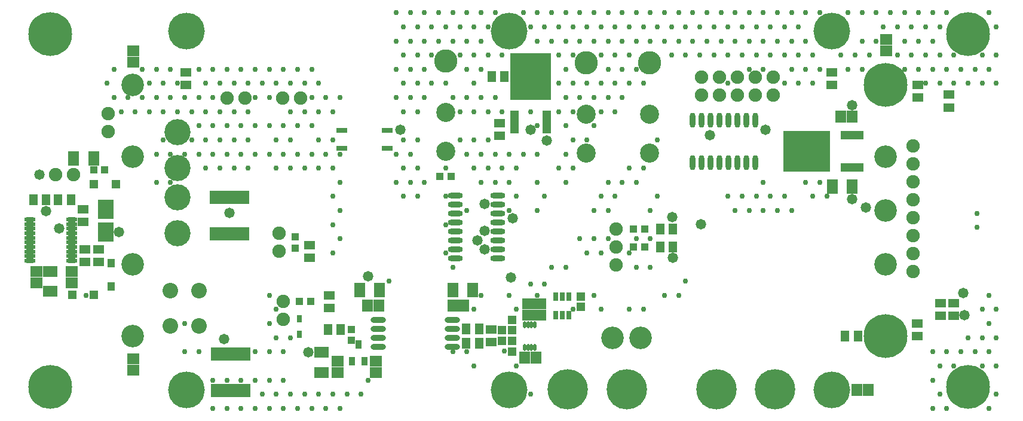
<source format=gts>
G04*
G04 #@! TF.GenerationSoftware,Altium Limited,Altium Designer,18.1.11 (251)*
G04*
G04 Layer_Color=8388736*
%FSLAX25Y25*%
%MOIN*%
G70*
G01*
G75*
%ADD48O,0.03162X0.08280*%
%ADD49O,0.08280X0.03162*%
%ADD50R,0.06312X0.03162*%
%ADD51O,0.06312X0.02572*%
%ADD52O,0.01981X0.03950*%
%ADD53R,0.03359X0.04540*%
%ADD54O,0.08477X0.03162*%
%ADD55R,0.03162X0.04934*%
%ADD56R,0.25997X0.22650*%
%ADD57R,0.12611X0.04737*%
%ADD58R,0.06115X0.04737*%
%ADD59R,0.04737X0.06115*%
%ADD60R,0.04147X0.04343*%
%ADD61R,0.04343X0.04147*%
%ADD62R,0.22650X0.25997*%
%ADD63R,0.04737X0.12611*%
%ADD64R,0.03950X0.03950*%
%ADD65R,0.04737X0.05131*%
%ADD66R,0.03950X0.04737*%
%ADD67R,0.08871X0.10642*%
%ADD68R,0.02769X0.04343*%
%ADD69R,0.03950X0.03950*%
%ADD70R,0.22060X0.07296*%
%ADD71R,0.06509X0.05918*%
%ADD72R,0.07887X0.05918*%
%ADD73R,0.05918X0.07887*%
%ADD74R,0.04737X0.04934*%
%ADD75R,0.05918X0.06509*%
%ADD76C,0.24422*%
%ADD77C,0.20485*%
%ADD78C,0.12611*%
%ADD79C,0.08674*%
%ADD80C,0.07493*%
%ADD81C,0.13005*%
%ADD82C,0.10642*%
%ADD83C,0.22453*%
%ADD84C,0.14580*%
%ADD85C,0.02965*%
%ADD86C,0.05800*%
D48*
X377776Y144882D02*
D03*
X382776D02*
D03*
X387776D02*
D03*
X392776D02*
D03*
X397776D02*
D03*
X402776D02*
D03*
X407776D02*
D03*
X412776D02*
D03*
X377776Y168504D02*
D03*
X382776D02*
D03*
X387776D02*
D03*
X392776D02*
D03*
X397776D02*
D03*
X402776D02*
D03*
X407776D02*
D03*
X412776D02*
D03*
D49*
X245669Y126555D02*
D03*
Y121555D02*
D03*
Y116555D02*
D03*
Y111555D02*
D03*
Y106555D02*
D03*
Y101555D02*
D03*
Y96555D02*
D03*
Y91555D02*
D03*
X269291Y126555D02*
D03*
Y121555D02*
D03*
Y116555D02*
D03*
Y111555D02*
D03*
Y106555D02*
D03*
Y101555D02*
D03*
Y96555D02*
D03*
Y91555D02*
D03*
D50*
X207677Y152874D02*
D03*
Y162874D02*
D03*
X182087Y152874D02*
D03*
Y162874D02*
D03*
D51*
X8268Y110630D02*
D03*
Y108071D02*
D03*
Y105512D02*
D03*
Y102953D02*
D03*
Y100394D02*
D03*
Y97835D02*
D03*
Y95276D02*
D03*
Y92716D02*
D03*
X31496Y110630D02*
D03*
Y108071D02*
D03*
Y105512D02*
D03*
Y102953D02*
D03*
Y100394D02*
D03*
Y97835D02*
D03*
X8268Y113189D02*
D03*
Y90158D02*
D03*
X31496Y92716D02*
D03*
Y90158D02*
D03*
X31496Y113189D02*
D03*
Y95276D02*
D03*
D52*
X284055Y41732D02*
D03*
X286024D02*
D03*
X287992D02*
D03*
X289961D02*
D03*
X284055Y54331D02*
D03*
X286024D02*
D03*
X287992D02*
D03*
X289961D02*
D03*
D53*
X191398Y43504D02*
D03*
X195000Y34252D02*
D03*
X187795D02*
D03*
D54*
X202516Y57173D02*
D03*
Y52173D02*
D03*
Y47173D02*
D03*
Y42173D02*
D03*
X243854Y57173D02*
D03*
Y52173D02*
D03*
Y47173D02*
D03*
Y42173D02*
D03*
D55*
X301378Y59646D02*
D03*
X305118D02*
D03*
X308858D02*
D03*
Y70276D02*
D03*
X301378D02*
D03*
X305118D02*
D03*
D56*
X441535Y151181D02*
D03*
D57*
X466929Y160197D02*
D03*
Y142165D02*
D03*
D58*
X46457Y89370D02*
D03*
Y96457D02*
D03*
X38976Y89370D02*
D03*
Y96457D02*
D03*
X37795Y111811D02*
D03*
Y118898D02*
D03*
X175197Y70866D02*
D03*
Y63779D02*
D03*
X455512Y195276D02*
D03*
Y188189D02*
D03*
X95276Y188189D02*
D03*
Y195276D02*
D03*
X270079Y159843D02*
D03*
Y166929D02*
D03*
X503543Y181102D02*
D03*
Y188189D02*
D03*
X503150Y55118D02*
D03*
Y48031D02*
D03*
X164173Y98819D02*
D03*
Y91732D02*
D03*
X516142Y59449D02*
D03*
Y66535D02*
D03*
X520866Y182677D02*
D03*
Y175591D02*
D03*
X523622Y66535D02*
D03*
Y59449D02*
D03*
X265354Y44882D02*
D03*
Y51968D02*
D03*
D59*
X31102Y124016D02*
D03*
X24016D02*
D03*
X17279Y124080D02*
D03*
X10193D02*
D03*
X272835Y192913D02*
D03*
X265748D02*
D03*
X470079Y48031D02*
D03*
X462992D02*
D03*
X251642Y44173D02*
D03*
X258728D02*
D03*
X251642Y52173D02*
D03*
X258728D02*
D03*
X174409Y51968D02*
D03*
X181496D02*
D03*
X359842Y97638D02*
D03*
X366929D02*
D03*
X359842Y107874D02*
D03*
X366929D02*
D03*
D60*
X43799Y140945D02*
D03*
X49902D02*
D03*
D61*
X187402Y51870D02*
D03*
Y45768D02*
D03*
D62*
X287402Y192913D02*
D03*
D63*
X296417Y167520D02*
D03*
X278386D02*
D03*
D64*
X158661Y67323D02*
D03*
X164961D02*
D03*
X243307Y137008D02*
D03*
X237008D02*
D03*
X344882Y97638D02*
D03*
X351181D02*
D03*
X344882Y107874D02*
D03*
X351181D02*
D03*
D65*
X31693Y71260D02*
D03*
X43898D02*
D03*
Y132677D02*
D03*
X56102D02*
D03*
D66*
X53543Y88878D02*
D03*
Y75689D02*
D03*
D67*
X50394Y106299D02*
D03*
Y118898D02*
D03*
D68*
X158661Y49213D02*
D03*
Y57874D02*
D03*
D69*
X156299Y103543D02*
D03*
Y97244D02*
D03*
D70*
X120079Y17815D02*
D03*
Y38091D02*
D03*
X119685Y125492D02*
D03*
Y105217D02*
D03*
D71*
X31496Y77953D02*
D03*
Y84252D02*
D03*
X11811Y84252D02*
D03*
Y77953D02*
D03*
X201181Y27953D02*
D03*
Y34252D02*
D03*
X179921Y27953D02*
D03*
Y34252D02*
D03*
X286221Y59842D02*
D03*
Y66142D02*
D03*
X292913Y66142D02*
D03*
Y59842D02*
D03*
X485827Y213386D02*
D03*
Y207087D02*
D03*
X65748D02*
D03*
Y200787D02*
D03*
Y29134D02*
D03*
Y35433D02*
D03*
D72*
X19685Y84252D02*
D03*
Y73228D02*
D03*
X170866Y38976D02*
D03*
Y27953D02*
D03*
D73*
X43701Y147244D02*
D03*
X32677D02*
D03*
X255197Y73673D02*
D03*
X244173D02*
D03*
X203197D02*
D03*
X192173D02*
D03*
X466929Y131496D02*
D03*
X455905D02*
D03*
D74*
X277165Y39567D02*
D03*
Y45472D02*
D03*
X271654D02*
D03*
Y51378D02*
D03*
X277165D02*
D03*
Y57284D02*
D03*
X315354Y64370D02*
D03*
Y70276D02*
D03*
D75*
X290551Y36220D02*
D03*
X284252D02*
D03*
X244035Y65173D02*
D03*
X250335D02*
D03*
X196535D02*
D03*
X202835D02*
D03*
X469685Y18110D02*
D03*
X475984D02*
D03*
X460630Y170472D02*
D03*
X466929D02*
D03*
D76*
X531496Y216535D02*
D03*
X19685D02*
D03*
Y19685D02*
D03*
X531496D02*
D03*
X485630Y48031D02*
D03*
Y188189D02*
D03*
D77*
X455512Y18110D02*
D03*
X275590D02*
D03*
X95669D02*
D03*
X455512Y218110D02*
D03*
X275590D02*
D03*
X95669D02*
D03*
D78*
X485630Y88189D02*
D03*
Y118110D02*
D03*
Y148031D02*
D03*
X65551Y48031D02*
D03*
Y88189D02*
D03*
Y148031D02*
D03*
Y188189D02*
D03*
X348819Y47244D02*
D03*
X333071D02*
D03*
D79*
X86614Y73622D02*
D03*
Y53937D02*
D03*
X102362Y73622D02*
D03*
Y53937D02*
D03*
D80*
X32677Y138189D02*
D03*
X22677D02*
D03*
X149606Y57323D02*
D03*
Y67323D02*
D03*
X335039Y87638D02*
D03*
Y97638D02*
D03*
Y107638D02*
D03*
X147244Y105512D02*
D03*
Y95512D02*
D03*
X51968Y162047D02*
D03*
Y172047D02*
D03*
X422913Y182520D02*
D03*
X412913D02*
D03*
X402913D02*
D03*
X392913D02*
D03*
X382913D02*
D03*
Y192520D02*
D03*
X392913D02*
D03*
X402913D02*
D03*
X412913D02*
D03*
X422913D02*
D03*
X500787Y154016D02*
D03*
Y144016D02*
D03*
Y134016D02*
D03*
Y124016D02*
D03*
Y114016D02*
D03*
Y104016D02*
D03*
Y94016D02*
D03*
Y84016D02*
D03*
X149055Y180709D02*
D03*
X159055D02*
D03*
X118110D02*
D03*
X128110D02*
D03*
D81*
X353858Y200394D02*
D03*
X240158Y201575D02*
D03*
X318425Y200394D02*
D03*
D82*
X353858Y171653D02*
D03*
Y150000D02*
D03*
X240158Y172835D02*
D03*
Y151181D02*
D03*
X318425Y171653D02*
D03*
Y150000D02*
D03*
D83*
X308268Y18504D02*
D03*
X341142D02*
D03*
X391142D02*
D03*
X424016D02*
D03*
D84*
X90551Y105512D02*
D03*
Y125591D02*
D03*
Y141732D02*
D03*
Y161811D02*
D03*
D85*
X295276Y77014D02*
D03*
X287402D02*
D03*
X346457Y133858D02*
D03*
X444882Y125984D02*
D03*
X440945Y133858D02*
D03*
X536614Y116535D02*
D03*
Y108661D02*
D03*
X272835Y39764D02*
D03*
X543307Y228347D02*
D03*
X547244Y220473D02*
D03*
Y204725D02*
D03*
X543307Y196851D02*
D03*
X547244Y188977D02*
D03*
X543307Y70866D02*
D03*
X547244Y62992D02*
D03*
X543307Y55118D02*
D03*
X547244Y47244D02*
D03*
X543307Y39370D02*
D03*
X547244Y31496D02*
D03*
Y15748D02*
D03*
X543307Y7874D02*
D03*
X539370Y204725D02*
D03*
X535433Y196851D02*
D03*
X539370Y188977D02*
D03*
Y62992D02*
D03*
Y47244D02*
D03*
X535433Y39370D02*
D03*
X539370Y31496D02*
D03*
X527559Y196851D02*
D03*
X531496Y188977D02*
D03*
Y47244D02*
D03*
X527559Y39370D02*
D03*
X519685Y228347D02*
D03*
X523622Y204725D02*
D03*
X519685Y196851D02*
D03*
X523622Y188977D02*
D03*
X519685Y39370D02*
D03*
X523622Y31496D02*
D03*
X519685Y7874D02*
D03*
X511811Y228347D02*
D03*
X515748Y220473D02*
D03*
X511811Y212598D02*
D03*
X515748Y204725D02*
D03*
X511811Y196851D02*
D03*
X515748Y188977D02*
D03*
X511811Y39370D02*
D03*
X515748Y31496D02*
D03*
X511811Y23622D02*
D03*
X515748Y15748D02*
D03*
X511811Y7874D02*
D03*
X503937Y228347D02*
D03*
X507874Y220473D02*
D03*
X503937Y212598D02*
D03*
X507874Y204725D02*
D03*
X503937Y196851D02*
D03*
X507874Y188977D02*
D03*
X496063Y228347D02*
D03*
X500000Y220473D02*
D03*
X496063Y212598D02*
D03*
X500000Y204725D02*
D03*
X496063Y196851D02*
D03*
X488189Y228347D02*
D03*
X492126Y220473D02*
D03*
Y204725D02*
D03*
X480315Y228347D02*
D03*
X484252Y220473D02*
D03*
X480315Y212598D02*
D03*
X472441Y228347D02*
D03*
Y212598D02*
D03*
X476378Y204725D02*
D03*
X472441Y196851D02*
D03*
X464567Y228347D02*
D03*
X468504Y204725D02*
D03*
X464567Y196851D02*
D03*
X460630Y204725D02*
D03*
X448819Y228347D02*
D03*
Y196851D02*
D03*
Y133858D02*
D03*
X452756Y125984D02*
D03*
X440945Y228347D02*
D03*
Y212598D02*
D03*
X444882Y204725D02*
D03*
X440945Y196851D02*
D03*
X444882Y188977D02*
D03*
X433071Y228347D02*
D03*
X437008Y220473D02*
D03*
X433071Y212598D02*
D03*
X437008Y204725D02*
D03*
X433071Y196851D02*
D03*
X437008Y188977D02*
D03*
X433071Y118110D02*
D03*
X425197Y228347D02*
D03*
X429134Y220473D02*
D03*
X425197Y212598D02*
D03*
X429134Y204725D02*
D03*
Y188977D02*
D03*
Y125984D02*
D03*
X425197Y118110D02*
D03*
X417323Y228347D02*
D03*
X421260Y220473D02*
D03*
X417323Y212598D02*
D03*
X421260Y204725D02*
D03*
X417323Y196851D02*
D03*
Y133858D02*
D03*
X421260Y125984D02*
D03*
X417323Y118110D02*
D03*
X409449Y228347D02*
D03*
X413386Y220473D02*
D03*
X409449Y212598D02*
D03*
X413386Y204725D02*
D03*
X409449Y196851D02*
D03*
X413386Y125984D02*
D03*
X409449Y118110D02*
D03*
X401575Y228347D02*
D03*
X405512Y220473D02*
D03*
X401575Y212598D02*
D03*
X405512Y204725D02*
D03*
Y125984D02*
D03*
X401575Y118110D02*
D03*
X393701Y228347D02*
D03*
X397638Y220473D02*
D03*
X393701Y212598D02*
D03*
X397638Y204725D02*
D03*
Y188977D02*
D03*
Y125984D02*
D03*
X385827Y228347D02*
D03*
X389764Y220473D02*
D03*
X385827Y212598D02*
D03*
X389764Y204725D02*
D03*
X377953Y228347D02*
D03*
X381890Y220473D02*
D03*
X377953Y212598D02*
D03*
X381890Y204725D02*
D03*
X370079Y228347D02*
D03*
X374016Y220473D02*
D03*
X370079Y212598D02*
D03*
X374016Y204725D02*
D03*
Y78740D02*
D03*
X370079Y70866D02*
D03*
X362205Y228347D02*
D03*
X366142Y220473D02*
D03*
X362205Y212598D02*
D03*
X366142Y204725D02*
D03*
X362205Y70866D02*
D03*
X354331Y228347D02*
D03*
X358268Y220473D02*
D03*
X354331Y212598D02*
D03*
X358268Y157480D02*
D03*
Y125984D02*
D03*
X354331Y118110D02*
D03*
Y102362D02*
D03*
Y86614D02*
D03*
X346457Y228347D02*
D03*
X350394Y220473D02*
D03*
X346457Y212598D02*
D03*
Y196851D02*
D03*
X350394Y188977D02*
D03*
Y141732D02*
D03*
X346457Y102362D02*
D03*
Y86614D02*
D03*
X350394Y62992D02*
D03*
X338583Y228347D02*
D03*
X342520Y220473D02*
D03*
X338583Y212598D02*
D03*
X342520Y204725D02*
D03*
X338583Y196851D02*
D03*
X342520Y188977D02*
D03*
X338583Y181103D02*
D03*
X342520Y141732D02*
D03*
X338583Y133858D02*
D03*
X342520Y94488D02*
D03*
Y62992D02*
D03*
X330709Y228347D02*
D03*
X334646Y220473D02*
D03*
X330709Y212598D02*
D03*
X334646Y204725D02*
D03*
X330709Y196851D02*
D03*
X334646Y188977D02*
D03*
X330709Y181103D02*
D03*
X334646Y173228D02*
D03*
X330709Y133858D02*
D03*
X334646Y125984D02*
D03*
X330709Y118110D02*
D03*
Y102362D02*
D03*
X322835Y228347D02*
D03*
X326772Y220473D02*
D03*
X322835Y212598D02*
D03*
X326772Y204725D02*
D03*
Y188977D02*
D03*
X322835Y181103D02*
D03*
X326772Y173228D02*
D03*
X322835Y165354D02*
D03*
X326772Y125984D02*
D03*
X322835Y118110D02*
D03*
Y102362D02*
D03*
X326772Y94488D02*
D03*
X322835Y70866D02*
D03*
X326772Y62992D02*
D03*
X314961Y228347D02*
D03*
X318898Y220473D02*
D03*
X314961Y212598D02*
D03*
X318898Y188977D02*
D03*
X314961Y181103D02*
D03*
X318898Y157480D02*
D03*
X314961Y102362D02*
D03*
X318898Y94488D02*
D03*
X307087Y228347D02*
D03*
X311024Y220473D02*
D03*
X307087Y212598D02*
D03*
X311024Y204725D02*
D03*
X307087Y196851D02*
D03*
X311024Y188977D02*
D03*
X307087Y181103D02*
D03*
X311024Y173228D02*
D03*
X307087Y165354D02*
D03*
X311024Y157480D02*
D03*
X307087Y149606D02*
D03*
X311024Y141732D02*
D03*
X307087Y133858D02*
D03*
Y86614D02*
D03*
X311024Y62992D02*
D03*
X299213Y228347D02*
D03*
X303150Y220473D02*
D03*
X299213Y212598D02*
D03*
X303150Y204725D02*
D03*
Y188977D02*
D03*
Y173228D02*
D03*
Y141732D02*
D03*
X299213Y86614D02*
D03*
X291339Y228347D02*
D03*
X295276Y220473D02*
D03*
X291339Y212598D02*
D03*
Y165354D02*
D03*
Y149606D02*
D03*
Y133858D02*
D03*
X295276Y125984D02*
D03*
X291339Y118110D02*
D03*
Y70866D02*
D03*
X283465Y228347D02*
D03*
X287402Y220473D02*
D03*
Y173228D02*
D03*
X283465Y149606D02*
D03*
X287402Y15748D02*
D03*
X275591Y149606D02*
D03*
X279528Y141732D02*
D03*
X275591Y133858D02*
D03*
X279528Y125984D02*
D03*
X275591Y118110D02*
D03*
Y70866D02*
D03*
X279528Y62992D02*
D03*
Y31496D02*
D03*
X267717Y228347D02*
D03*
X271654Y204725D02*
D03*
X267717Y181103D02*
D03*
X271654Y173228D02*
D03*
X267717Y149606D02*
D03*
X271654Y141732D02*
D03*
X267717Y133858D02*
D03*
X259843Y228347D02*
D03*
X263780Y220473D02*
D03*
X259843Y212598D02*
D03*
X263780Y204725D02*
D03*
X259843Y196851D02*
D03*
Y181103D02*
D03*
X263780Y173228D02*
D03*
Y157480D02*
D03*
X259843Y149606D02*
D03*
X263780Y141732D02*
D03*
X259843Y133858D02*
D03*
Y70866D02*
D03*
X251969Y228347D02*
D03*
X255906Y220473D02*
D03*
X251969Y212598D02*
D03*
X255906Y204725D02*
D03*
X251969Y196851D02*
D03*
X255906Y188977D02*
D03*
X251969Y181103D02*
D03*
X255906Y173228D02*
D03*
Y157480D02*
D03*
X251969Y149606D02*
D03*
X255906Y141732D02*
D03*
X251969Y118110D02*
D03*
X255906Y62992D02*
D03*
X251969Y39370D02*
D03*
X255906Y31496D02*
D03*
X244095Y228347D02*
D03*
X248032Y220473D02*
D03*
X244095Y212598D02*
D03*
X248032Y204725D02*
D03*
X244095Y181103D02*
D03*
X248032Y173228D02*
D03*
Y157480D02*
D03*
X244095Y86614D02*
D03*
Y39370D02*
D03*
X236221Y228347D02*
D03*
X240158Y220473D02*
D03*
X236221Y212598D02*
D03*
X240158Y188977D02*
D03*
Y141732D02*
D03*
Y125984D02*
D03*
Y110236D02*
D03*
Y94488D02*
D03*
X228347Y228347D02*
D03*
X232284Y220473D02*
D03*
X228347Y212598D02*
D03*
X232284Y204725D02*
D03*
X228347Y196851D02*
D03*
X232284Y188977D02*
D03*
X228347Y181103D02*
D03*
Y133858D02*
D03*
X220473Y228347D02*
D03*
X224410Y220473D02*
D03*
X220473Y212598D02*
D03*
X224410Y204725D02*
D03*
X220473Y196851D02*
D03*
X224410Y188977D02*
D03*
X220473Y181103D02*
D03*
X224410Y173228D02*
D03*
Y157480D02*
D03*
X220473Y149606D02*
D03*
X224410Y141732D02*
D03*
X220473Y133858D02*
D03*
X224410Y125984D02*
D03*
X212598Y228347D02*
D03*
X216536Y220473D02*
D03*
X212598Y212598D02*
D03*
X216536Y204725D02*
D03*
X212598Y196851D02*
D03*
X216536Y188977D02*
D03*
X212598Y181103D02*
D03*
X216536Y173228D02*
D03*
Y157480D02*
D03*
X212598Y149606D02*
D03*
X216536Y141732D02*
D03*
X212598Y133858D02*
D03*
X216536Y125984D02*
D03*
X208662Y78740D02*
D03*
X196851Y23622D02*
D03*
X192913Y15748D02*
D03*
X181103Y181103D02*
D03*
Y149606D02*
D03*
Y133858D02*
D03*
Y118110D02*
D03*
Y102362D02*
D03*
X185039Y15748D02*
D03*
X181103Y7874D02*
D03*
X173228Y181103D02*
D03*
X177165Y173228D02*
D03*
Y157480D02*
D03*
X173228Y149606D02*
D03*
X177165Y141732D02*
D03*
Y125984D02*
D03*
Y110236D02*
D03*
Y94488D02*
D03*
Y15748D02*
D03*
X173228Y7874D02*
D03*
X165354Y196851D02*
D03*
X169291Y188977D02*
D03*
X165354Y181103D02*
D03*
X169291Y173228D02*
D03*
X165354Y165354D02*
D03*
X169291Y157480D02*
D03*
X165354Y149606D02*
D03*
X169291Y141732D02*
D03*
Y15748D02*
D03*
X165354Y7874D02*
D03*
X157480Y196851D02*
D03*
X161417Y188977D02*
D03*
Y173228D02*
D03*
X157480Y165354D02*
D03*
Y149606D02*
D03*
X161417Y141732D02*
D03*
Y15748D02*
D03*
X157480Y7874D02*
D03*
X149606Y196851D02*
D03*
X153543Y188977D02*
D03*
Y173228D02*
D03*
X149606Y165354D02*
D03*
X153543Y157480D02*
D03*
X149606Y149606D02*
D03*
X153543Y141732D02*
D03*
Y47244D02*
D03*
X149606Y39370D02*
D03*
Y23622D02*
D03*
X153543Y15748D02*
D03*
X149606Y7874D02*
D03*
X141732Y196851D02*
D03*
X145669Y188977D02*
D03*
X141732Y181103D02*
D03*
Y165354D02*
D03*
X145669Y157480D02*
D03*
X141732Y149606D02*
D03*
X145669Y141732D02*
D03*
X141732Y70866D02*
D03*
X145669Y62992D02*
D03*
X141732Y55118D02*
D03*
X145669Y47244D02*
D03*
X141732Y39370D02*
D03*
Y23622D02*
D03*
X145669Y15748D02*
D03*
X141732Y7874D02*
D03*
X133858Y196851D02*
D03*
X137795Y188977D02*
D03*
X133858Y181103D02*
D03*
Y165354D02*
D03*
Y149606D02*
D03*
Y39370D02*
D03*
Y23622D02*
D03*
X137795Y15748D02*
D03*
X133858Y7874D02*
D03*
X125984Y196851D02*
D03*
X129921Y188977D02*
D03*
Y173228D02*
D03*
X125984Y165354D02*
D03*
X129921Y157480D02*
D03*
X125984Y149606D02*
D03*
X129921Y141732D02*
D03*
X125984Y23622D02*
D03*
Y7874D02*
D03*
X118110Y196851D02*
D03*
X122047Y188977D02*
D03*
Y173228D02*
D03*
X118110Y165354D02*
D03*
X122047Y157480D02*
D03*
X118110Y149606D02*
D03*
X122047Y141732D02*
D03*
X118110Y23622D02*
D03*
Y7874D02*
D03*
X110236Y196851D02*
D03*
X114173Y188977D02*
D03*
X110236Y181103D02*
D03*
X114173Y173228D02*
D03*
X110236Y165354D02*
D03*
X114173Y157480D02*
D03*
X110236Y149606D02*
D03*
X114173Y141732D02*
D03*
X110236Y23622D02*
D03*
Y7874D02*
D03*
X102362Y196851D02*
D03*
X106299Y188977D02*
D03*
X102362Y181103D02*
D03*
X106299Y173228D02*
D03*
X102362Y165354D02*
D03*
X106299Y157480D02*
D03*
X102362Y149606D02*
D03*
X106299Y141732D02*
D03*
X102362Y39370D02*
D03*
X94488Y181103D02*
D03*
X98425Y173228D02*
D03*
Y157480D02*
D03*
X94488Y149606D02*
D03*
Y55118D02*
D03*
Y39370D02*
D03*
X86614Y196851D02*
D03*
X90551Y188977D02*
D03*
X86614Y181103D02*
D03*
X90551Y173228D02*
D03*
X86614Y149606D02*
D03*
Y133858D02*
D03*
X78740Y196851D02*
D03*
X82677Y188977D02*
D03*
X78740Y181103D02*
D03*
X82677Y173228D02*
D03*
Y157480D02*
D03*
X78740Y149606D02*
D03*
Y133858D02*
D03*
X70866Y196851D02*
D03*
X74803Y188977D02*
D03*
X70866Y181103D02*
D03*
X74803Y173228D02*
D03*
X62992Y181103D02*
D03*
X66929Y173228D02*
D03*
X55118Y196851D02*
D03*
Y181103D02*
D03*
X59055Y173228D02*
D03*
X51181Y188977D02*
D03*
X39370Y70866D02*
D03*
D86*
X261811Y96457D02*
D03*
X257874Y101575D02*
D03*
X261811Y106693D02*
D03*
X387402Y160236D02*
D03*
X528740Y72047D02*
D03*
X474409Y119685D02*
D03*
X382677Y110630D02*
D03*
X418504Y162992D02*
D03*
X214961D02*
D03*
X366929Y91870D02*
D03*
X529528Y59842D02*
D03*
X196850Y81496D02*
D03*
X119685Y116929D02*
D03*
X277559Y113779D02*
D03*
X261811Y121653D02*
D03*
X287402Y162992D02*
D03*
X366535Y114567D02*
D03*
X276449Y80655D02*
D03*
X116535Y46457D02*
D03*
X13386Y138189D02*
D03*
X24409Y108268D02*
D03*
X466929Y124409D02*
D03*
Y176772D02*
D03*
X163386Y38976D02*
D03*
X57874Y106299D02*
D03*
X17323Y117717D02*
D03*
X296417Y157283D02*
D03*
M02*

</source>
